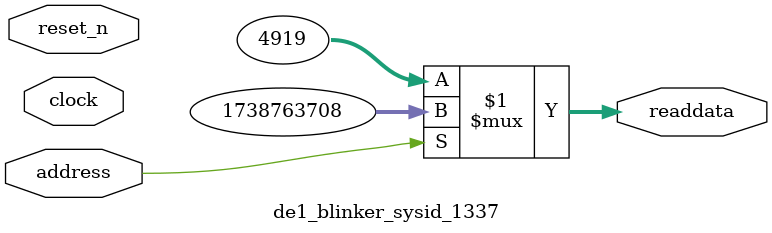
<source format=v>

`timescale 1ns / 1ps
// synthesis translate_on

// turn off superfluous verilog processor warnings 
// altera message_level Level1 
// altera message_off 10034 10035 10036 10037 10230 10240 10030 

module de1_blinker_sysid_1337 (
               // inputs:
                address,
                clock,
                reset_n,

               // outputs:
                readdata
             )
;

  output  [ 31: 0] readdata;
  input            address;
  input            clock;
  input            reset_n;

  wire    [ 31: 0] readdata;
  //control_slave, which is an e_avalon_slave
  assign readdata = address ? 1738763708 : 4919;

endmodule




</source>
